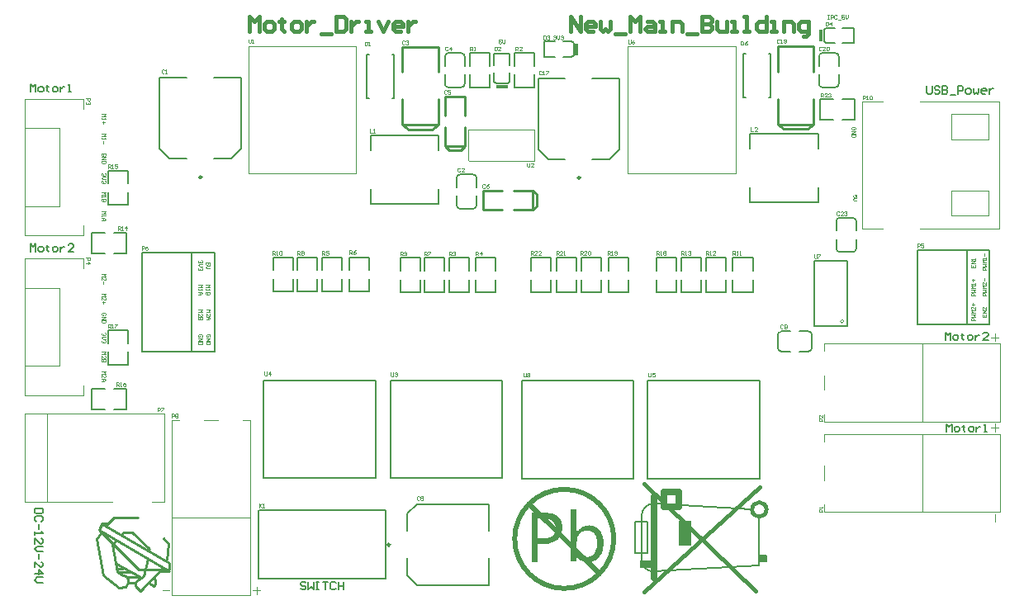
<source format=gto>
G04 Layer_Color=65535*
%FSLAX25Y25*%
%MOIN*%
G70*
G01*
G75*
%ADD28C,0.02000*%
%ADD30C,0.01000*%
%ADD47C,0.00197*%
%ADD48C,0.00787*%
%ADD49C,0.00984*%
%ADD50C,0.00800*%
%ADD51C,0.01500*%
%ADD52C,0.00394*%
%ADD53C,0.02500*%
%ADD54C,0.00300*%
%ADD55R,0.01181X0.04724*%
%ADD56R,0.04724X0.01181*%
G36*
X13969Y-85011D02*
X14242D01*
X14550Y-85045D01*
X14891Y-85113D01*
X15267Y-85181D01*
X16087Y-85352D01*
X16908Y-85626D01*
X17728Y-86036D01*
X18103Y-86275D01*
X18445Y-86548D01*
X18479D01*
X18514Y-86616D01*
X18616Y-86719D01*
X18719Y-86822D01*
X18855Y-86992D01*
X19026Y-87197D01*
X19197Y-87402D01*
X19368Y-87676D01*
X19504Y-87983D01*
X19675Y-88325D01*
X19983Y-89077D01*
X20188Y-89999D01*
X20222Y-90478D01*
X20256Y-91025D01*
Y-91059D01*
Y-91161D01*
Y-91298D01*
X20222Y-91503D01*
X20188Y-91776D01*
X20154Y-92050D01*
X19983Y-92733D01*
X19744Y-93485D01*
X19573Y-93895D01*
X19368Y-94271D01*
X19129Y-94681D01*
X18821Y-95056D01*
X18514Y-95432D01*
X18138Y-95808D01*
X18103Y-95842D01*
X18035Y-95877D01*
X17933Y-95979D01*
X17762Y-96082D01*
X17557Y-96218D01*
X17318Y-96389D01*
X17044Y-96526D01*
X16702Y-96697D01*
X16327Y-96868D01*
X15951Y-97004D01*
X15062Y-97278D01*
X14037Y-97483D01*
X13491Y-97517D01*
X10313D01*
Y-105000D01*
X7716D01*
Y-84976D01*
X13730D01*
X13969Y-85011D01*
D02*
G37*
G36*
X25948Y-92835D02*
X26017D01*
X26051Y-92801D01*
X26085Y-92699D01*
X26188Y-92562D01*
X26324Y-92391D01*
X26495Y-92186D01*
X26734Y-91947D01*
X26973Y-91708D01*
X27247Y-91435D01*
X27588Y-91161D01*
X27964Y-90922D01*
X28374Y-90683D01*
X28784Y-90478D01*
X29263Y-90307D01*
X29809Y-90136D01*
X30356Y-90068D01*
X30937Y-90034D01*
X31210D01*
X31381Y-90068D01*
X31620Y-90102D01*
X31860Y-90136D01*
X32475Y-90273D01*
X33158Y-90512D01*
X33841Y-90854D01*
X34217Y-91059D01*
X34525Y-91298D01*
X34867Y-91605D01*
X35174Y-91947D01*
X35208Y-91981D01*
X35243Y-92050D01*
X35311Y-92152D01*
X35413Y-92289D01*
X35550Y-92494D01*
X35687Y-92699D01*
X35823Y-92972D01*
X35994Y-93280D01*
X36131Y-93656D01*
X36268Y-94031D01*
X36404Y-94441D01*
X36541Y-94920D01*
X36643Y-95398D01*
X36712Y-95945D01*
X36780Y-96492D01*
Y-97107D01*
Y-97141D01*
Y-97278D01*
Y-97448D01*
X36746Y-97688D01*
X36712Y-97995D01*
X36678Y-98371D01*
X36643Y-98747D01*
X36575Y-99191D01*
X36336Y-100114D01*
X36028Y-101070D01*
X35823Y-101515D01*
X35584Y-101993D01*
X35311Y-102437D01*
X35003Y-102847D01*
X34969Y-102882D01*
X34935Y-102950D01*
X34833Y-103052D01*
X34696Y-103189D01*
X34491Y-103326D01*
X34286Y-103531D01*
X34047Y-103701D01*
X33739Y-103907D01*
X33432Y-104112D01*
X33056Y-104282D01*
X32236Y-104624D01*
X31791Y-104761D01*
X31313Y-104863D01*
X30800Y-104932D01*
X30254Y-104966D01*
X29980D01*
X29809Y-104932D01*
X29570Y-104897D01*
X29297Y-104829D01*
X28682Y-104658D01*
X27999Y-104385D01*
X27623Y-104214D01*
X27281Y-103975D01*
X26939Y-103701D01*
X26597Y-103394D01*
X26290Y-103052D01*
X26017Y-102642D01*
X25948D01*
Y-104658D01*
X23420D01*
Y-83473D01*
X25948D01*
Y-92835D01*
D02*
G37*
G36*
X72146Y-98172D02*
X67146D01*
Y-88172D01*
X72146D01*
Y-98172D01*
D02*
G37*
G36*
X57146Y-107172D02*
X51646D01*
Y-104172D01*
X57146D01*
Y-107172D01*
D02*
G37*
%LPC*%
G36*
X12944Y-87232D02*
X10313D01*
Y-95227D01*
X12944D01*
X13115Y-95193D01*
X13285D01*
X13525Y-95159D01*
X14071Y-95091D01*
X14652Y-94954D01*
X15233Y-94783D01*
X15814Y-94510D01*
X16327Y-94168D01*
X16395Y-94134D01*
X16532Y-93963D01*
X16702Y-93724D01*
X16942Y-93382D01*
X17181Y-92972D01*
X17352Y-92425D01*
X17489Y-91810D01*
X17557Y-91127D01*
Y-91093D01*
Y-90956D01*
X17523Y-90751D01*
X17489Y-90512D01*
X17420Y-90239D01*
X17318Y-89897D01*
X17181Y-89555D01*
X16976Y-89179D01*
X16737Y-88803D01*
X16429Y-88462D01*
X16053Y-88120D01*
X15609Y-87847D01*
X15097Y-87573D01*
X14481Y-87402D01*
X13764Y-87266D01*
X12944Y-87232D01*
D02*
G37*
G36*
X30220Y-92118D02*
X30049D01*
X29912Y-92152D01*
X29570Y-92186D01*
X29160Y-92289D01*
X28648Y-92425D01*
X28135Y-92665D01*
X27623Y-93006D01*
X27144Y-93450D01*
X27110Y-93519D01*
X26973Y-93690D01*
X26768Y-93963D01*
X26563Y-94373D01*
X26324Y-94851D01*
X26153Y-95432D01*
X26017Y-96082D01*
X25948Y-96833D01*
Y-98781D01*
Y-98815D01*
Y-98849D01*
X25982Y-99054D01*
X26017Y-99396D01*
X26085Y-99806D01*
X26222Y-100250D01*
X26427Y-100763D01*
X26700Y-101241D01*
X27076Y-101720D01*
X27144Y-101754D01*
X27281Y-101891D01*
X27520Y-102096D01*
X27862Y-102301D01*
X28272Y-102540D01*
X28750Y-102711D01*
X29263Y-102847D01*
X29878Y-102916D01*
X30083D01*
X30220Y-102882D01*
X30561Y-102847D01*
X31040Y-102711D01*
X31518Y-102540D01*
X32065Y-102266D01*
X32577Y-101891D01*
X32816Y-101651D01*
X33021Y-101378D01*
Y-101344D01*
X33056Y-101310D01*
X33124Y-101207D01*
X33192Y-101105D01*
X33295Y-100934D01*
X33397Y-100729D01*
X33602Y-100250D01*
X33807Y-99635D01*
X34012Y-98884D01*
X34149Y-98029D01*
X34183Y-97073D01*
Y-97038D01*
Y-96970D01*
Y-96868D01*
Y-96697D01*
X34149Y-96492D01*
X34115Y-96287D01*
X34047Y-95774D01*
X33910Y-95193D01*
X33739Y-94578D01*
X33466Y-93997D01*
X33124Y-93450D01*
X33090Y-93382D01*
X32919Y-93246D01*
X32680Y-93041D01*
X32372Y-92767D01*
X31962Y-92528D01*
X31450Y-92323D01*
X30869Y-92186D01*
X30220Y-92118D01*
D02*
G37*
%LPD*%
D28*
X40920Y-95495D02*
G03*
X40920Y-95495I-20000J0D01*
G01*
X6920Y-81495D02*
X35087Y-109663D01*
D30*
X119073Y70098D02*
X121632Y71921D01*
X107065D02*
X109624Y70098D01*
X107065Y93209D02*
Y103472D01*
X121632Y93209D02*
Y103472D01*
X107065D02*
X121632D01*
X107065Y71921D02*
X121632D01*
X107065D02*
Y82185D01*
X121632Y71921D02*
Y82185D01*
X109624Y70098D02*
X119073D01*
X8081Y37305D02*
Y45195D01*
X-11896Y37305D02*
Y45195D01*
X455Y37305D02*
X8081D01*
X-11896D02*
X-4270D01*
X-11896Y45195D02*
X-4270D01*
X455D02*
X8081D01*
X9797Y38888D02*
Y43612D01*
X8081Y45195D02*
X9797Y43612D01*
X8081Y37305D02*
X9797Y38888D01*
X-27043Y63217D02*
X-19153D01*
X-27043Y83193D02*
X-19153D01*
X-27043Y63217D02*
Y70842D01*
Y75567D02*
Y83193D01*
X-19153Y75567D02*
Y83193D01*
Y63217D02*
Y70842D01*
X-25461Y61500D02*
X-20736D01*
X-19153Y63217D01*
X-27043D02*
X-25461Y61500D01*
X-32427Y69848D02*
X-29868Y71671D01*
X-44435D02*
X-41876Y69848D01*
X-44435Y92959D02*
Y103223D01*
X-29868Y92959D02*
Y103223D01*
X-44435D02*
X-29868D01*
X-44435Y71671D02*
X-29868D01*
X-44435D02*
Y81935D01*
X-29868Y71671D02*
Y81935D01*
X-41876Y69848D02*
X-32427D01*
X-166750Y-91750D02*
X-165700Y-89400D01*
X-166750Y-91750D02*
X-138650Y-108683D01*
X-167700Y-95700D02*
X-165000Y-110200D01*
X-167700Y-95700D02*
X-166100Y-93400D01*
X-154700Y-113400D02*
X-152400D01*
X-155500Y-111000D02*
X-150800D01*
X-159400Y-109000D02*
X-154300D01*
X-159400Y-107500D02*
X-157100D01*
X-144900Y-111000D02*
X-144100Y-112200D01*
Y-113800D02*
Y-112200D01*
X-144900Y-114600D02*
X-144100Y-113800D01*
X-146800Y-113400D02*
X-144900Y-114600D01*
X-159800Y-105500D02*
X-150000Y-111000D01*
Y-116500D02*
X-141300Y-107100D01*
X-151200Y-115700D02*
X-150000Y-116500D01*
X-152000Y-114600D02*
X-151200Y-115700D01*
X-152000Y-114600D02*
Y-113000D01*
X-150800Y-111800D01*
X-148800Y-110600D01*
X-147200Y-103500D01*
X-161400Y-98000D02*
X-159400Y-109000D01*
X-157100Y-110200D01*
X-155900Y-110600D01*
X-155100Y-111800D01*
Y-113400D02*
Y-111800D01*
X-156300Y-114900D02*
X-155100Y-113400D01*
X-158700Y-115300D02*
X-156300Y-114900D01*
X-165000Y-110200D02*
X-158700Y-115300D01*
X-165400Y-89400D02*
X-163800D01*
X-165400Y-89500D02*
X-138400Y-105400D01*
X-157900Y-93700D02*
X-156700Y-92900D01*
X-153500D01*
X-146500Y-99600D01*
X-161400Y-98000D02*
X-159800Y-96000D01*
X-142500Y-108600D02*
X-138600D01*
X-140762Y-95107D02*
X-138698Y-97698D01*
X-166750Y-91750D02*
X-165450Y-89150D01*
X-167700Y-95700D02*
X-165000Y-110200D01*
X-167700Y-95700D02*
X-166100Y-93400D01*
X-154700Y-113400D02*
X-152400D01*
X-155500Y-111000D02*
X-150800D01*
X-159400Y-109000D02*
X-154300D01*
X-159400Y-107500D02*
X-157100D01*
X-144900Y-111000D02*
X-144100Y-112200D01*
Y-113800D02*
Y-112200D01*
X-144900Y-114600D02*
X-144100Y-113800D01*
X-146800Y-113400D02*
X-144900Y-114600D01*
X-159800Y-105500D02*
X-150000Y-111000D01*
Y-116500D02*
X-141300Y-107100D01*
X-151200Y-115700D02*
X-150000Y-116500D01*
X-152000Y-114600D02*
X-151200Y-115700D01*
X-152000Y-114600D02*
Y-113000D01*
X-150800Y-111800D01*
X-148800Y-110600D01*
X-147200Y-103500D01*
X-161400Y-98000D02*
X-159400Y-109000D01*
X-157100Y-110200D01*
X-155900Y-110600D01*
X-155100Y-111800D01*
Y-113400D02*
Y-111800D01*
X-156300Y-114900D02*
X-155100Y-113400D01*
X-158700Y-115300D02*
X-156300Y-114900D01*
X-165000Y-110200D02*
X-158700Y-115300D01*
X-165400Y-89400D02*
X-163800D01*
X-165400Y-89500D02*
X-138400Y-105400D01*
X-157900Y-93700D02*
X-156700Y-92900D01*
X-153500D01*
X-146500Y-99600D01*
X-161400Y-98000D02*
X-159800Y-96000D01*
X-164200Y-90100D02*
X-160850Y-86750D01*
X-151000D01*
X-139400Y-103900D02*
X-138698Y-97698D01*
X-166750Y-91750D02*
X-150750Y-107750D01*
X-138400D01*
Y-105400D01*
D47*
X133822Y-7705D02*
G03*
X133822Y-7705I-696J0D01*
G01*
D48*
X137250Y20281D02*
G03*
X138825Y21856I0J1575D01*
G01*
X130675Y21856D02*
G03*
X132250Y20281I1575J0D01*
G01*
X132250Y34218D02*
G03*
X130675Y32644I0J-1575D01*
G01*
X138825Y32644D02*
G03*
X137250Y34218I-1575J0D01*
G01*
X125250Y100718D02*
G03*
X123675Y99144I0J-1575D01*
G01*
X131825Y99144D02*
G03*
X130250Y100718I-1575J0D01*
G01*
X130250Y86782D02*
G03*
X131825Y88356I-0J1575D01*
G01*
X123675Y88356D02*
G03*
X125250Y86782I1575J0D01*
G01*
X120968Y-13250D02*
G03*
X119394Y-11675I-1575J0D01*
G01*
X119394Y-19825D02*
G03*
X120968Y-18250I0J1575D01*
G01*
X107032Y-18250D02*
G03*
X108606Y-19825I1575J0D01*
G01*
X108606Y-11675D02*
G03*
X107032Y-13250I0J-1575D01*
G01*
X-25750Y100715D02*
G03*
X-27325Y99140I0J-1575D01*
G01*
X-19175Y99140D02*
G03*
X-20750Y100715I-1575J0D01*
G01*
X-20750Y86778D02*
G03*
X-19175Y88352I-0J1575D01*
G01*
X-27325Y88352D02*
G03*
X-25750Y86778I1575J0D01*
G01*
X-16000Y37785D02*
G03*
X-14425Y39360I0J1575D01*
G01*
X-22575Y39360D02*
G03*
X-21000Y37785I1575J0D01*
G01*
X-21000Y51723D02*
G03*
X-22575Y50148I0J-1575D01*
G01*
X-14425Y50148D02*
G03*
X-16000Y51723I-1575J0D01*
G01*
X48941Y-71136D02*
Y-31667D01*
X3862Y-71136D02*
X48941D01*
X3862D02*
Y-31667D01*
X48941D01*
X121807Y-9476D02*
X135094D01*
X121906Y16606D02*
X135094D01*
Y-9476D02*
Y16606D01*
X121807Y-9476D02*
Y16508D01*
X99691Y-71136D02*
Y-31667D01*
X54612Y-71136D02*
X99691D01*
X54612D02*
Y-31667D01*
X99691D01*
X-55309Y-70886D02*
Y-31417D01*
X-100388Y-70886D02*
X-55309D01*
X-100388D02*
Y-31417D01*
X-55309D01*
X-4059Y-70935D02*
Y-31466D01*
X-49138Y-70935D02*
X-4059D01*
X-49138D02*
Y-31466D01*
X-4059D01*
X133026Y73925D02*
X138222D01*
X124285D02*
X129482D01*
X124285Y82075D02*
X129482D01*
X133026D02*
X138222D01*
Y73925D02*
Y82075D01*
X124285Y73925D02*
Y82075D01*
X15575Y12776D02*
Y17972D01*
Y4035D02*
Y9232D01*
X7425Y4035D02*
Y9232D01*
Y12776D02*
Y17972D01*
X15575D01*
X7425Y4035D02*
X15575D01*
X25825Y12776D02*
Y17972D01*
Y4035D02*
Y9232D01*
X17675Y4035D02*
Y9232D01*
Y12776D02*
Y17972D01*
X25825D01*
X17675Y4035D02*
X25825D01*
X35825Y12776D02*
Y17972D01*
Y4035D02*
Y9232D01*
X27675Y4035D02*
Y9232D01*
Y12776D02*
Y17972D01*
X35825D01*
X27675Y4035D02*
X35825D01*
X46825Y12772D02*
Y17968D01*
Y4031D02*
Y9228D01*
X38675Y4031D02*
Y9228D01*
Y12772D02*
Y17968D01*
X46825D01*
X38675Y4031D02*
X46825D01*
X58175D02*
Y9228D01*
Y12772D02*
Y17968D01*
X66325Y12772D02*
Y17968D01*
Y4031D02*
Y9228D01*
X58175Y4031D02*
X66325D01*
X58175Y17968D02*
X66325D01*
X-163325Y-25218D02*
Y-20022D01*
Y-16478D02*
Y-11282D01*
X-155175Y-16478D02*
Y-11282D01*
Y-25218D02*
Y-20022D01*
X-163325Y-25218D02*
X-155175D01*
X-163325Y-11282D02*
X-155175D01*
X-169719Y-34925D02*
X-164522D01*
X-160978D02*
X-155781D01*
X-160978Y-43075D02*
X-155781D01*
X-169719D02*
X-164522D01*
X-169719D02*
Y-34925D01*
X-155781Y-43075D02*
Y-34925D01*
X-163325Y39285D02*
Y44482D01*
Y48026D02*
Y53222D01*
X-155175Y48026D02*
Y53222D01*
Y39285D02*
Y44482D01*
X-163325Y39285D02*
X-155175D01*
X-163325Y53222D02*
X-155175D01*
X-169719Y28075D02*
X-164522D01*
X-160978D02*
X-155781D01*
X-160978Y19925D02*
X-155781D01*
X-169719D02*
X-164522D01*
X-169719D02*
Y28075D01*
X-155781Y19925D02*
Y28075D01*
X68175Y4035D02*
Y9232D01*
Y12776D02*
Y17972D01*
X76325Y12776D02*
Y17972D01*
Y4035D02*
Y9232D01*
X68175Y4035D02*
X76325D01*
X68175Y17972D02*
X76325D01*
X78175Y4031D02*
Y9228D01*
Y12772D02*
Y17968D01*
X86325Y12772D02*
Y17968D01*
Y4031D02*
Y9228D01*
X78175Y4031D02*
X86325D01*
X78175Y17968D02*
X86325D01*
X88925Y4035D02*
Y9232D01*
Y12776D02*
Y17972D01*
X97075Y12776D02*
Y17972D01*
Y4035D02*
Y9232D01*
X88925Y4035D02*
X97075D01*
X88925Y17972D02*
X97075D01*
X-88425Y13026D02*
Y18222D01*
Y4285D02*
Y9482D01*
X-96575Y4285D02*
Y9482D01*
Y13026D02*
Y18222D01*
X-88425D01*
X-96575Y4285D02*
X-88425D01*
X-45325Y4028D02*
Y9224D01*
Y12768D02*
Y17965D01*
X-37175Y12768D02*
Y17965D01*
Y4028D02*
Y9224D01*
X-45325Y4028D02*
X-37175D01*
X-45325Y17965D02*
X-37175D01*
X-78675Y13026D02*
Y18222D01*
Y4285D02*
Y9482D01*
X-86825Y4285D02*
Y9482D01*
Y13026D02*
Y18222D01*
X-78675D01*
X-86825Y4285D02*
X-78675D01*
X-35575Y4031D02*
Y9228D01*
Y12772D02*
Y17968D01*
X-27425Y12772D02*
Y17968D01*
Y4031D02*
Y9228D01*
X-35575Y4031D02*
X-27425D01*
X-35575Y17968D02*
X-27425D01*
X-57675Y13026D02*
Y18222D01*
Y4285D02*
Y9482D01*
X-65825Y4285D02*
Y9482D01*
Y13026D02*
Y18222D01*
X-57675D01*
X-65825Y4285D02*
X-57675D01*
X-68675Y13026D02*
Y18222D01*
Y4285D02*
Y9482D01*
X-76825Y4285D02*
Y9482D01*
Y13026D02*
Y18222D01*
X-68675D01*
X-76825Y4285D02*
X-68675D01*
X-14825Y4031D02*
Y9228D01*
Y12772D02*
Y17968D01*
X-6675Y12772D02*
Y17968D01*
Y4031D02*
Y9228D01*
X-14825Y4031D02*
X-6675D01*
X-14825Y17968D02*
X-6675D01*
X-25575Y4035D02*
Y9232D01*
Y12776D02*
Y17972D01*
X-17425Y12776D02*
Y17972D01*
Y4035D02*
Y9232D01*
X-25575Y4035D02*
X-17425D01*
X-25575Y17972D02*
X-17425D01*
X8825Y95522D02*
Y100718D01*
Y86782D02*
Y91978D01*
X675Y86782D02*
Y91978D01*
Y95522D02*
Y100718D01*
X8825D01*
X675Y86782D02*
X8825D01*
X-9175Y95526D02*
Y100722D01*
Y86785D02*
Y91982D01*
X-17325Y86785D02*
Y91982D01*
Y95526D02*
Y100722D01*
X-9175D01*
X-17325Y86785D02*
X-9175D01*
X-149626Y-20059D02*
Y19941D01*
X-129626Y-20059D02*
Y19941D01*
X-149626D02*
X-129626D01*
X-149626Y-20059D02*
X-129626D01*
X183339Y2064D02*
Y21230D01*
Y-8770D02*
Y21230D01*
X163339Y-8770D02*
Y21230D01*
Y-8770D02*
X183339D01*
X163339Y21230D02*
X183339D01*
X95970Y40470D02*
Y46376D01*
Y62124D02*
Y68029D01*
Y40470D02*
X123530D01*
X95970Y68029D02*
X123530D01*
Y40470D02*
Y46376D01*
Y62124D02*
Y68029D01*
X-57279Y39720D02*
Y45626D01*
Y61374D02*
Y67279D01*
Y39720D02*
X-29721D01*
X-57279Y67279D02*
X-29721D01*
Y39720D02*
Y45626D01*
Y61374D02*
Y67279D01*
X-102374Y-111530D02*
X-51193D01*
X-102276Y-83970D02*
X-51193D01*
X-102374Y-111530D02*
Y-83970D01*
X-51193Y-111530D02*
Y-83970D01*
X103376Y100358D02*
X104262D01*
X103376Y82642D02*
X104262D01*
X93238Y100358D02*
X94124D01*
X93238Y82642D02*
X94124D01*
X104262D02*
Y100358D01*
X93238Y82642D02*
Y100358D01*
X-48624Y100104D02*
X-47738D01*
X-48624Y82388D02*
X-47738D01*
X-58762Y100104D02*
X-57876D01*
X-58762Y82388D02*
X-57876D01*
X-47738D02*
Y100104D01*
X-58762Y82388D02*
Y100104D01*
X138825Y29022D02*
Y32644D01*
Y21856D02*
Y25478D01*
X130675Y21856D02*
Y25478D01*
X132250Y20281D02*
X137250D01*
X130675Y29022D02*
Y32644D01*
X132250Y34218D02*
X137250D01*
X123675Y88356D02*
Y91978D01*
Y95522D02*
Y99144D01*
X131825Y95522D02*
Y99144D01*
X125250Y100718D02*
X130250D01*
X131825Y88356D02*
Y91978D01*
X125250Y86782D02*
X130250D01*
X39152Y57888D02*
X43089Y61825D01*
Y90565D01*
X10411Y61825D02*
Y90565D01*
Y61825D02*
X14348Y57888D01*
X32262D02*
X39152D01*
X14348D02*
X21238D01*
X10411Y90565D02*
X21238D01*
X32262D02*
X43089D01*
X108606Y-11675D02*
X112228D01*
X115772D02*
X119394D01*
X115772Y-19825D02*
X119394D01*
X120968Y-18250D02*
Y-13250D01*
X108606Y-19825D02*
X112228D01*
X107032Y-18250D02*
Y-13250D01*
X-42339Y-110152D02*
X-38402Y-114089D01*
X-9661D01*
X-38402Y-81411D02*
X-9661D01*
X-42339Y-85348D02*
X-38402Y-81411D01*
X-42339Y-110152D02*
Y-103262D01*
Y-92238D02*
Y-85348D01*
X-9661Y-92238D02*
Y-81411D01*
Y-114089D02*
Y-103262D01*
X-27325Y88352D02*
Y91974D01*
Y95518D02*
Y99140D01*
X-19175Y95518D02*
Y99140D01*
X-25750Y100715D02*
X-20750D01*
X-19175Y88352D02*
Y91974D01*
X-25750Y86778D02*
X-20750D01*
X-14425Y46526D02*
Y50148D01*
Y39360D02*
Y42982D01*
X-22575Y39360D02*
Y42982D01*
X-21000Y37785D02*
X-16000D01*
X-22575Y46526D02*
Y50148D01*
X-21000Y51723D02*
X-16000D01*
X-113598Y58161D02*
X-109661Y62098D01*
Y90839D01*
X-142339Y62098D02*
Y90839D01*
Y62098D02*
X-138402Y58161D01*
X-120488D02*
X-113598D01*
X-138402D02*
X-131512D01*
X-142339Y90839D02*
X-131512D01*
X-120488D02*
X-109661D01*
X23900Y105360D02*
X24687Y104600D01*
X23900Y99140D02*
X24687Y99900D01*
X20356Y99140D02*
X23900D01*
X12738D02*
Y105360D01*
X24687Y99900D02*
Y104600D01*
X12738Y99140D02*
X17207D01*
X20356Y105360D02*
X23900D01*
X12738D02*
X17207D01*
X-1900Y88345D02*
X-1140Y89132D01*
X-7360D02*
X-6600Y88345D01*
X-7360Y89132D02*
Y92675D01*
Y100293D02*
X-1140D01*
X-6600Y88345D02*
X-1900D01*
X-7360Y95825D02*
Y100293D01*
X-1140Y89132D02*
Y92675D01*
Y95825D02*
Y100293D01*
X125813Y105400D02*
X126600Y104640D01*
X125813Y110100D02*
X126600Y110860D01*
X130144D01*
X137762Y104640D02*
Y110860D01*
X125813Y105400D02*
Y110100D01*
X133293Y110860D02*
X137762D01*
X126600Y104640D02*
X130144D01*
X133293D02*
X137762D01*
X-129626Y19941D02*
X-120059D01*
X-120000Y19882D01*
Y-20000D02*
Y19882D01*
X-120059Y-20059D02*
X-120000Y-20000D01*
X-129626Y-20059D02*
X-120059D01*
X183339Y21230D02*
X192480D01*
X192500Y21211D01*
Y-8750D02*
Y21211D01*
X192480Y-8770D02*
X192500Y-8750D01*
X183339Y-8770D02*
X192480D01*
X-83401Y-113376D02*
X-83926Y-112851D01*
X-84975D01*
X-85500Y-113376D01*
Y-113901D01*
X-84975Y-114426D01*
X-83926D01*
X-83401Y-114951D01*
Y-115475D01*
X-83926Y-116000D01*
X-84975D01*
X-85500Y-115475D01*
X-82351Y-112851D02*
Y-116000D01*
X-81302Y-114951D01*
X-80252Y-116000D01*
Y-112851D01*
X-79203D02*
X-78153D01*
X-78678D01*
Y-116000D01*
X-79203D01*
X-78153D01*
X-76579Y-112851D02*
X-74480D01*
X-75529D01*
Y-116000D01*
X-71331Y-113376D02*
X-71856Y-112851D01*
X-72906D01*
X-73430Y-113376D01*
Y-115475D01*
X-72906Y-116000D01*
X-71856D01*
X-71331Y-115475D01*
X-70282Y-112851D02*
Y-116000D01*
Y-114426D01*
X-68183D01*
Y-112851D01*
Y-116000D01*
X167250Y87399D02*
Y84775D01*
X167775Y84250D01*
X168824D01*
X169349Y84775D01*
Y87399D01*
X172498Y86874D02*
X171973Y87399D01*
X170923D01*
X170399Y86874D01*
Y86349D01*
X170923Y85824D01*
X171973D01*
X172498Y85299D01*
Y84775D01*
X171973Y84250D01*
X170923D01*
X170399Y84775D01*
X173547Y87399D02*
Y84250D01*
X175121D01*
X175646Y84775D01*
Y85299D01*
X175121Y85824D01*
X173547D01*
X175121D01*
X175646Y86349D01*
Y86874D01*
X175121Y87399D01*
X173547D01*
X176696Y83725D02*
X178795D01*
X179844Y84250D02*
Y87399D01*
X181419D01*
X181943Y86874D01*
Y85824D01*
X181419Y85299D01*
X179844D01*
X183518Y84250D02*
X184567D01*
X185092Y84775D01*
Y85824D01*
X184567Y86349D01*
X183518D01*
X182993Y85824D01*
Y84775D01*
X183518Y84250D01*
X186142Y86349D02*
Y84775D01*
X186666Y84250D01*
X187191Y84775D01*
X187716Y84250D01*
X188241Y84775D01*
Y86349D01*
X190864Y84250D02*
X189815D01*
X189290Y84775D01*
Y85824D01*
X189815Y86349D01*
X190864D01*
X191389Y85824D01*
Y85299D01*
X189290D01*
X192439Y86349D02*
Y84250D01*
Y85299D01*
X192964Y85824D01*
X193488Y86349D01*
X194013D01*
X-194500Y85000D02*
Y88149D01*
X-193450Y87099D01*
X-192401Y88149D01*
Y85000D01*
X-190827D02*
X-189777D01*
X-189252Y85525D01*
Y86574D01*
X-189777Y87099D01*
X-190827D01*
X-191351Y86574D01*
Y85525D01*
X-190827Y85000D01*
X-187678Y87624D02*
Y87099D01*
X-188203D01*
X-187153D01*
X-187678D01*
Y85525D01*
X-187153Y85000D01*
X-185054D02*
X-184005D01*
X-183480Y85525D01*
Y86574D01*
X-184005Y87099D01*
X-185054D01*
X-185579Y86574D01*
Y85525D01*
X-185054Y85000D01*
X-182430Y87099D02*
Y85000D01*
Y86049D01*
X-181906Y86574D01*
X-181381Y87099D01*
X-180856D01*
X-179282Y85000D02*
X-178232D01*
X-178757D01*
Y88149D01*
X-179282Y87624D01*
X-194500Y20500D02*
Y23649D01*
X-193450Y22599D01*
X-192401Y23649D01*
Y20500D01*
X-190827D02*
X-189777D01*
X-189252Y21025D01*
Y22074D01*
X-189777Y22599D01*
X-190827D01*
X-191351Y22074D01*
Y21025D01*
X-190827Y20500D01*
X-187678Y23124D02*
Y22599D01*
X-188203D01*
X-187153D01*
X-187678D01*
Y21025D01*
X-187153Y20500D01*
X-185054D02*
X-184005D01*
X-183480Y21025D01*
Y22074D01*
X-184005Y22599D01*
X-185054D01*
X-185579Y22074D01*
Y21025D01*
X-185054Y20500D01*
X-182430Y22599D02*
Y20500D01*
Y21550D01*
X-181906Y22074D01*
X-181381Y22599D01*
X-180856D01*
X-177183Y20500D02*
X-179282D01*
X-177183Y22599D01*
Y23124D01*
X-177708Y23649D01*
X-178757D01*
X-179282Y23124D01*
X-189601Y-83250D02*
X-192750D01*
Y-84824D01*
X-192225Y-85349D01*
X-190126D01*
X-189601Y-84824D01*
Y-83250D01*
X-190126Y-88498D02*
X-189601Y-87973D01*
Y-86923D01*
X-190126Y-86399D01*
X-192225D01*
X-192750Y-86923D01*
Y-87973D01*
X-192225Y-88498D01*
X-191176Y-89547D02*
Y-91646D01*
X-192750Y-92696D02*
Y-93745D01*
Y-93221D01*
X-189601D01*
X-190126Y-92696D01*
X-192750Y-97419D02*
Y-95320D01*
X-190651Y-97419D01*
X-190126D01*
X-189601Y-96894D01*
Y-95844D01*
X-190126Y-95320D01*
X-189601Y-98468D02*
X-191700D01*
X-192750Y-99518D01*
X-191700Y-100567D01*
X-189601D01*
X-191176Y-101617D02*
Y-103716D01*
X-192750Y-106864D02*
Y-104765D01*
X-190651Y-106864D01*
X-190126D01*
X-189601Y-106340D01*
Y-105290D01*
X-190126Y-104765D01*
X-192750Y-109488D02*
X-189601D01*
X-191176Y-107914D01*
Y-110013D01*
X-189601Y-111063D02*
X-191700D01*
X-192750Y-112112D01*
X-191700Y-113162D01*
X-189601D01*
X175250Y-52250D02*
Y-49101D01*
X176300Y-50151D01*
X177349Y-49101D01*
Y-52250D01*
X178923D02*
X179973D01*
X180498Y-51725D01*
Y-50676D01*
X179973Y-50151D01*
X178923D01*
X178399Y-50676D01*
Y-51725D01*
X178923Y-52250D01*
X182072Y-49626D02*
Y-50151D01*
X181547D01*
X182597D01*
X182072D01*
Y-51725D01*
X182597Y-52250D01*
X184696D02*
X185745D01*
X186270Y-51725D01*
Y-50676D01*
X185745Y-50151D01*
X184696D01*
X184171Y-50676D01*
Y-51725D01*
X184696Y-52250D01*
X187320Y-50151D02*
Y-52250D01*
Y-51200D01*
X187844Y-50676D01*
X188369Y-50151D01*
X188894D01*
X190468Y-52250D02*
X191518D01*
X190993D01*
Y-49101D01*
X190468Y-49626D01*
X174750Y-15250D02*
Y-12101D01*
X175800Y-13151D01*
X176849Y-12101D01*
Y-15250D01*
X178423D02*
X179473D01*
X179998Y-14725D01*
Y-13676D01*
X179473Y-13151D01*
X178423D01*
X177899Y-13676D01*
Y-14725D01*
X178423Y-15250D01*
X181572Y-12626D02*
Y-13151D01*
X181047D01*
X182097D01*
X181572D01*
Y-14725D01*
X182097Y-15250D01*
X184196D02*
X185245D01*
X185770Y-14725D01*
Y-13676D01*
X185245Y-13151D01*
X184196D01*
X183671Y-13676D01*
Y-14725D01*
X184196Y-15250D01*
X186820Y-13151D02*
Y-15250D01*
Y-14200D01*
X187344Y-13676D01*
X187869Y-13151D01*
X188394D01*
X192067Y-15250D02*
X189968D01*
X192067Y-13151D01*
Y-12626D01*
X191542Y-12101D01*
X190493D01*
X189968Y-12626D01*
D49*
X27342Y50319D02*
G03*
X27342Y50319I-492J0D01*
G01*
X-49415Y-97850D02*
G03*
X-49415Y-97850I-492J0D01*
G01*
X-125408Y50593D02*
G03*
X-125408Y50593I-492J0D01*
G01*
D50*
X52146Y-103672D02*
G03*
X57146Y-108672I4722J-278D01*
G01*
X57146Y-81172D02*
G03*
X52146Y-86172I0J-5000D01*
G01*
X52146Y-103672D02*
G03*
X57146Y-108672I4722J-278D01*
G01*
X57146Y-81172D02*
G03*
X52146Y-86172I0J-5000D01*
G01*
X99646Y-106172D02*
Y-86672D01*
X57146Y-108672D02*
X99646Y-106172D01*
X52146Y-103672D02*
Y-86172D01*
X99646Y-104672D02*
X102646D01*
Y-102172D01*
X99646D02*
X102646D01*
X99646Y-102672D02*
Y-102172D01*
Y-102672D02*
X102646D01*
Y-103172D02*
Y-102672D01*
X99646Y-103172D02*
X102646D01*
X99646Y-103672D02*
Y-103172D01*
Y-103672D02*
X102646D01*
Y-104172D02*
Y-103672D01*
X99646Y-104172D02*
X102646D01*
X49646Y-101172D02*
X54646D01*
Y-88672D01*
X49646D02*
X54646D01*
X49646Y-101172D02*
Y-88672D01*
X57146Y-81172D02*
X96654Y-83496D01*
X99646Y-106172D02*
Y-86672D01*
X57146Y-108672D02*
X99646Y-106172D01*
X52146Y-103672D02*
Y-86172D01*
X99646Y-104672D02*
X102646D01*
Y-102172D01*
X99646D02*
X102646D01*
X99646Y-102672D02*
Y-102172D01*
Y-102672D02*
X102646D01*
Y-103172D02*
Y-102672D01*
X99646Y-103172D02*
X102646D01*
X99646Y-103672D02*
Y-103172D01*
Y-103672D02*
X102646D01*
Y-104172D02*
Y-103672D01*
X99646Y-104172D02*
X102646D01*
X49646Y-101172D02*
X54646D01*
Y-88672D01*
X49646D02*
X54646D01*
X49646Y-101172D02*
Y-88672D01*
X57146Y-81172D02*
X96654Y-83496D01*
D51*
X102561Y-83672D02*
G03*
X102561Y-83672I-2915J0D01*
G01*
D02*
G03*
X102561Y-83672I-2915J0D01*
G01*
X53250Y-73250D02*
X98250Y-116500D01*
X53250Y-116750D02*
X99750Y-74500D01*
X53250Y-73250D02*
X98250Y-116500D01*
X53250Y-116750D02*
X99750Y-74500D01*
X-106000Y109500D02*
Y115498D01*
X-104001Y113499D01*
X-102001Y115498D01*
Y109500D01*
X-99002D02*
X-97003D01*
X-96003Y110500D01*
Y112499D01*
X-97003Y113499D01*
X-99002D01*
X-100002Y112499D01*
Y110500D01*
X-99002Y109500D01*
X-93004Y114498D02*
Y113499D01*
X-94004D01*
X-92005D01*
X-93004D01*
Y110500D01*
X-92005Y109500D01*
X-88006D02*
X-86006D01*
X-85007Y110500D01*
Y112499D01*
X-86006Y113499D01*
X-88006D01*
X-89006Y112499D01*
Y110500D01*
X-88006Y109500D01*
X-83007Y113499D02*
Y109500D01*
Y111499D01*
X-82008Y112499D01*
X-81008Y113499D01*
X-80008D01*
X-77009Y108500D02*
X-73011D01*
X-71011Y115498D02*
Y109500D01*
X-68012D01*
X-67013Y110500D01*
Y114498D01*
X-68012Y115498D01*
X-71011D01*
X-65013Y113499D02*
Y109500D01*
Y111499D01*
X-64014Y112499D01*
X-63014Y113499D01*
X-62014D01*
X-59015Y109500D02*
X-57016D01*
X-58016D01*
Y113499D01*
X-59015D01*
X-54017D02*
X-52017Y109500D01*
X-50018Y113499D01*
X-45020Y109500D02*
X-47019D01*
X-48019Y110500D01*
Y112499D01*
X-47019Y113499D01*
X-45020D01*
X-44020Y112499D01*
Y111499D01*
X-48019D01*
X-42021Y113499D02*
Y109500D01*
Y111499D01*
X-41021Y112499D01*
X-40021Y113499D01*
X-39022D01*
X23500Y109500D02*
Y115498D01*
X27499Y109500D01*
Y115498D01*
X32497Y109500D02*
X30498D01*
X29498Y110500D01*
Y112499D01*
X30498Y113499D01*
X32497D01*
X33497Y112499D01*
Y111499D01*
X29498D01*
X35496Y113499D02*
Y110500D01*
X36496Y109500D01*
X37495Y110500D01*
X38495Y109500D01*
X39495Y110500D01*
Y113499D01*
X41494Y108500D02*
X45493D01*
X47492Y109500D02*
Y115498D01*
X49492Y113499D01*
X51491Y115498D01*
Y109500D01*
X54490Y113499D02*
X56489D01*
X57489Y112499D01*
Y109500D01*
X54490D01*
X53490Y110500D01*
X54490Y111499D01*
X57489D01*
X59488Y109500D02*
X61488D01*
X60488D01*
Y113499D01*
X59488D01*
X64487Y109500D02*
Y113499D01*
X67486D01*
X68485Y112499D01*
Y109500D01*
X70485Y108500D02*
X74484D01*
X76483Y115498D02*
Y109500D01*
X79482D01*
X80482Y110500D01*
Y111499D01*
X79482Y112499D01*
X76483D01*
X79482D01*
X80482Y113499D01*
Y114498D01*
X79482Y115498D01*
X76483D01*
X82481Y113499D02*
Y110500D01*
X83481Y109500D01*
X86480D01*
Y113499D01*
X88479Y109500D02*
X90478D01*
X89479D01*
Y113499D01*
X88479D01*
X93477Y109500D02*
X95477D01*
X94477D01*
Y115498D01*
X93477D01*
X102474D02*
Y109500D01*
X99475D01*
X98476Y110500D01*
Y112499D01*
X99475Y113499D01*
X102474D01*
X104474Y109500D02*
X106473D01*
X105473D01*
Y113499D01*
X104474D01*
X109472Y109500D02*
Y113499D01*
X112471D01*
X113471Y112499D01*
Y109500D01*
X117470Y107501D02*
X118469D01*
X119469Y108500D01*
Y113499D01*
X116470D01*
X115470Y112499D01*
Y110500D01*
X116470Y109500D01*
X119469D01*
D52*
X46650Y52189D02*
X90153D01*
X46650D02*
Y103370D01*
X90153D01*
Y52189D02*
Y103370D01*
X-17598Y57087D02*
X8779D01*
X-17795Y69685D02*
X8779D01*
Y57087D02*
Y69685D01*
X-17795Y57284D02*
Y69685D01*
Y57284D02*
X-17598Y57087D01*
X-106600Y52189D02*
X-63096D01*
X-106600D02*
Y103370D01*
X-63096D01*
Y52189D02*
Y103370D01*
X196514Y29675D02*
Y81250D01*
X164427D02*
X196514D01*
X164624Y29675D02*
X196514D01*
X141002Y81250D02*
X149467D01*
X141002Y29675D02*
X149663D01*
X141002D02*
Y81250D01*
X178010Y45226D02*
X192183D01*
X177222D02*
X178010D01*
X177222Y34990D02*
Y45226D01*
Y34990D02*
X192183D01*
Y45226D01*
Y65699D02*
Y75935D01*
X177222Y65699D02*
X192183D01*
X177222D02*
Y75935D01*
X178010D01*
X192183D01*
X-137374Y-86870D02*
X-105878D01*
X-103319Y-117776D02*
Y-114823D01*
X-104894Y-116398D02*
X-101744D01*
X-141114D02*
X-138358D01*
X-137374Y-118169D02*
X-105878D01*
X-137374D02*
Y-47500D01*
X-134421D01*
X-105878Y-118169D02*
Y-47500D01*
X-108831D02*
X-105878D01*
X-124579D02*
X-118673D01*
X-145597Y-80467D02*
X-140478D01*
Y-54089D01*
X-196778Y-80467D02*
X-167250D01*
X-196778D02*
Y-45033D01*
X-140478D01*
X-167250Y-80467D02*
X-161345D01*
X-140478Y-54089D02*
Y-45033D01*
X-187919Y-80467D02*
Y-45033D01*
X-196787Y-25685D02*
X-182811D01*
Y5811D01*
X-196787D02*
X-182811D01*
X-196787Y-37496D02*
X-173165D01*
X-196787D02*
Y17622D01*
X-173165D01*
Y13685D02*
Y17622D01*
Y-37496D02*
Y-33559D01*
X-196787Y38815D02*
X-182811D01*
Y70311D01*
X-196787D02*
X-182811D01*
X-196787Y27004D02*
X-173165D01*
X-196787D02*
Y82122D01*
X-173165D01*
Y78185D02*
Y82122D01*
Y27004D02*
Y30941D01*
X165370Y-48175D02*
Y-16679D01*
X193323Y-14120D02*
X196276D01*
X194898Y-15695D02*
Y-12545D01*
Y-51915D02*
Y-49159D01*
X196669Y-48175D02*
Y-16679D01*
X126000Y-48175D02*
X196669D01*
X126000D02*
Y-45222D01*
Y-16679D02*
X196669D01*
X126000Y-19632D02*
Y-16679D01*
Y-35380D02*
Y-29474D01*
X165370Y-84675D02*
Y-53179D01*
X193323Y-50620D02*
X196276D01*
X194898Y-52195D02*
Y-49045D01*
Y-88415D02*
Y-85659D01*
X196669Y-84675D02*
Y-53179D01*
X126000Y-84675D02*
X196669D01*
X126000D02*
Y-81722D01*
Y-53179D02*
X196669D01*
X126000Y-56132D02*
Y-53179D01*
Y-71880D02*
Y-65974D01*
D53*
X57146Y-111172D02*
Y-78672D01*
X61146Y-82672D02*
X67146D01*
Y-76672D01*
X61146D02*
X67146D01*
X61146Y-82672D02*
Y-76672D01*
X57146Y-111172D02*
Y-78672D01*
X61146Y-82672D02*
X67146D01*
Y-76672D01*
X61146D02*
X67146D01*
X61146Y-82672D02*
Y-76672D01*
D54*
X138250Y69750D02*
X138499Y70000D01*
Y70500D01*
X138250Y70750D01*
X137250D01*
X137000Y70500D01*
Y70000D01*
X137250Y69750D01*
X137750D01*
Y70250D01*
X137000Y69251D02*
X138499D01*
X137000Y68251D01*
X138499D01*
Y67751D02*
X137000D01*
Y67001D01*
X137250Y66751D01*
X138250D01*
X138499Y67001D01*
Y67751D01*
X138999Y42500D02*
Y43500D01*
X138250D01*
X138500Y43000D01*
Y42750D01*
X138250Y42500D01*
X137750D01*
X137500Y42750D01*
Y43250D01*
X137750Y43500D01*
X138999Y42000D02*
X138000D01*
X137500Y41501D01*
X138000Y41001D01*
X138999D01*
X-165750Y11500D02*
X-164251D01*
X-164750Y11000D01*
X-164251Y10500D01*
X-165750D01*
Y9001D02*
Y10001D01*
X-164750Y9001D01*
X-164500D01*
X-164251Y9251D01*
Y9751D01*
X-164500Y10001D01*
X-165000Y8501D02*
Y7501D01*
X-165750Y3500D02*
X-164251D01*
X-164750Y3000D01*
X-164251Y2500D01*
X-165750D01*
Y1001D02*
Y2001D01*
X-164750Y1001D01*
X-164500D01*
X-164251Y1251D01*
Y1751D01*
X-164500Y2001D01*
X-165000Y501D02*
Y-499D01*
X-164500Y1D02*
X-165500D01*
X-164500Y-5250D02*
X-164251Y-5000D01*
Y-4500D01*
X-164500Y-4250D01*
X-165500D01*
X-165750Y-4500D01*
Y-5000D01*
X-165500Y-5250D01*
X-165000D01*
Y-4750D01*
X-165750Y-5750D02*
X-164251D01*
X-165750Y-6749D01*
X-164251D01*
Y-7249D02*
X-165750D01*
Y-7999D01*
X-165500Y-8249D01*
X-164500D01*
X-164251Y-7999D01*
Y-7249D01*
X-164500Y-12250D02*
X-164251Y-12500D01*
Y-13000D01*
X-164500Y-13250D01*
X-164750D01*
X-165000Y-13000D01*
Y-12750D01*
Y-13000D01*
X-165250Y-13250D01*
X-165500D01*
X-165750Y-13000D01*
Y-12500D01*
X-165500Y-12250D01*
X-164251Y-13749D02*
X-165250D01*
X-165750Y-14249D01*
X-165250Y-14749D01*
X-164251D01*
X-164500Y-15249D02*
X-164251Y-15499D01*
Y-15999D01*
X-164500Y-16249D01*
X-164750D01*
X-165000Y-15999D01*
Y-15749D01*
Y-15999D01*
X-165250Y-16249D01*
X-165500D01*
X-165750Y-15999D01*
Y-15499D01*
X-165500Y-15249D01*
X-165750Y-20000D02*
X-164251D01*
X-164750Y-20500D01*
X-164251Y-21000D01*
X-165750D01*
Y-22499D02*
Y-21499D01*
X-164750Y-22499D01*
X-164500D01*
X-164251Y-22249D01*
Y-21749D01*
X-164500Y-21499D01*
X-164251Y-22999D02*
X-165750D01*
Y-23749D01*
X-165500Y-23999D01*
X-165250D01*
X-165000Y-23749D01*
Y-22999D01*
Y-23749D01*
X-164750Y-23999D01*
X-164500D01*
X-164251Y-23749D01*
Y-22999D01*
X-165750Y-27750D02*
X-164251D01*
X-164750Y-28250D01*
X-164251Y-28750D01*
X-165750D01*
Y-30249D02*
Y-29250D01*
X-164750Y-30249D01*
X-164500D01*
X-164251Y-29999D01*
Y-29499D01*
X-164500Y-29250D01*
X-165750Y-30749D02*
X-164750D01*
X-164251Y-31249D01*
X-164750Y-31749D01*
X-165750D01*
X-165000D01*
Y-30749D01*
X-165750Y36750D02*
X-164251D01*
X-164750Y36250D01*
X-164251Y35750D01*
X-165750D01*
Y35250D02*
Y34751D01*
Y35001D01*
X-164251D01*
X-164500Y35250D01*
X-165750Y34001D02*
X-164750D01*
X-164251Y33501D01*
X-164750Y33001D01*
X-165750D01*
X-165000D01*
Y34001D01*
X-165750Y44500D02*
X-164251D01*
X-164750Y44000D01*
X-164251Y43500D01*
X-165750D01*
Y43001D02*
Y42501D01*
Y42751D01*
X-164251D01*
X-164500Y43001D01*
X-164251Y41751D02*
X-165750D01*
Y41001D01*
X-165500Y40751D01*
X-165250D01*
X-165000Y41001D01*
Y41751D01*
Y41001D01*
X-164750Y40751D01*
X-164500D01*
X-164251Y41001D01*
Y41751D01*
X-164500Y52250D02*
X-164251Y52000D01*
Y51500D01*
X-164500Y51250D01*
X-164750D01*
X-165000Y51500D01*
Y51750D01*
Y51500D01*
X-165250Y51250D01*
X-165500D01*
X-165750Y51500D01*
Y52000D01*
X-165500Y52250D01*
X-164251Y50750D02*
X-165250D01*
X-165750Y50251D01*
X-165250Y49751D01*
X-164251D01*
X-164500Y49251D02*
X-164251Y49001D01*
Y48501D01*
X-164500Y48251D01*
X-164750D01*
X-165000Y48501D01*
Y48751D01*
Y48501D01*
X-165250Y48251D01*
X-165500D01*
X-165750Y48501D01*
Y49001D01*
X-165500Y49251D01*
X-164500Y59250D02*
X-164251Y59500D01*
Y60000D01*
X-164500Y60250D01*
X-165500D01*
X-165750Y60000D01*
Y59500D01*
X-165500Y59250D01*
X-165000D01*
Y59750D01*
X-165750Y58750D02*
X-164251D01*
X-165750Y57751D01*
X-164251D01*
Y57251D02*
X-165750D01*
Y56501D01*
X-165500Y56251D01*
X-164500D01*
X-164251Y56501D01*
Y57251D01*
X-165750Y68000D02*
X-164251D01*
X-164750Y67500D01*
X-164251Y67000D01*
X-165750D01*
Y66501D02*
Y66001D01*
Y66251D01*
X-164251D01*
X-164500Y66501D01*
X-165000Y65251D02*
Y64251D01*
X-165750Y76000D02*
X-164251D01*
X-164750Y75500D01*
X-164251Y75000D01*
X-165750D01*
Y74501D02*
Y74001D01*
Y74251D01*
X-164251D01*
X-164500Y74501D01*
X-165000Y73251D02*
Y72251D01*
X-164500Y72751D02*
X-165500D01*
X4500Y-28501D02*
Y-29750D01*
X4750Y-30000D01*
X5250D01*
X5500Y-29750D01*
Y-28501D01*
X5999Y-28750D02*
X6249Y-28501D01*
X6749D01*
X6999Y-28750D01*
Y-29000D01*
X6749Y-29250D01*
X6999Y-29500D01*
Y-29750D01*
X6749Y-30000D01*
X6249D01*
X5999Y-29750D01*
Y-29500D01*
X6249Y-29250D01*
X5999Y-29000D01*
Y-28750D01*
X6249Y-29250D02*
X6749D01*
X121774Y19295D02*
Y18045D01*
X122023Y17795D01*
X122523D01*
X122773Y18045D01*
Y19295D01*
X123273D02*
X124273D01*
Y19045D01*
X123273Y18045D01*
Y17795D01*
X-49000Y-28251D02*
Y-29500D01*
X-48750Y-29750D01*
X-48250D01*
X-48000Y-29500D01*
Y-28251D01*
X-47501Y-28500D02*
X-47251Y-28251D01*
X-46751D01*
X-46501Y-28500D01*
Y-28750D01*
X-46751Y-29000D01*
X-47001D01*
X-46751D01*
X-46501Y-29250D01*
Y-29500D01*
X-46751Y-29750D01*
X-47251D01*
X-47501Y-29500D01*
X124508Y83000D02*
Y84500D01*
X125258D01*
X125508Y84250D01*
Y83750D01*
X125258Y83500D01*
X124508D01*
X125008D02*
X125508Y83000D01*
X127007D02*
X126007D01*
X127007Y84000D01*
Y84250D01*
X126757Y84500D01*
X126257D01*
X126007Y84250D01*
X127507D02*
X127757Y84500D01*
X128257D01*
X128507Y84250D01*
Y84000D01*
X128257Y83750D01*
X128007D01*
X128257D01*
X128507Y83500D01*
Y83250D01*
X128257Y83000D01*
X127757D01*
X127507Y83250D01*
X7500Y19250D02*
Y20750D01*
X8250D01*
X8500Y20500D01*
Y20000D01*
X8250Y19750D01*
X7500D01*
X8000D02*
X8500Y19250D01*
X9999D02*
X8999D01*
X9999Y20250D01*
Y20500D01*
X9749Y20750D01*
X9249D01*
X8999Y20500D01*
X11499Y19250D02*
X10499D01*
X11499Y20250D01*
Y20500D01*
X11249Y20750D01*
X10749D01*
X10499Y20500D01*
X17750Y19250D02*
Y20750D01*
X18500D01*
X18750Y20500D01*
Y20000D01*
X18500Y19750D01*
X17750D01*
X18250D02*
X18750Y19250D01*
X20249D02*
X19250D01*
X20249Y20250D01*
Y20500D01*
X19999Y20750D01*
X19499D01*
X19250Y20500D01*
X20749Y19250D02*
X21249D01*
X20999D01*
Y20750D01*
X20749Y20500D01*
X27500Y19250D02*
Y20750D01*
X28250D01*
X28500Y20500D01*
Y20000D01*
X28250Y19750D01*
X27500D01*
X28000D02*
X28500Y19250D01*
X29999D02*
X29000D01*
X29999Y20250D01*
Y20500D01*
X29749Y20750D01*
X29249D01*
X29000Y20500D01*
X30499D02*
X30749Y20750D01*
X31249D01*
X31499Y20500D01*
Y19500D01*
X31249Y19250D01*
X30749D01*
X30499Y19500D01*
Y20500D01*
X38500Y19246D02*
Y20746D01*
X39250D01*
X39500Y20496D01*
Y19996D01*
X39250Y19746D01*
X38500D01*
X39000D02*
X39500Y19246D01*
X39999D02*
X40499D01*
X40249D01*
Y20746D01*
X39999Y20496D01*
X41249Y19496D02*
X41499Y19246D01*
X41999D01*
X42249Y19496D01*
Y20496D01*
X41999Y20746D01*
X41499D01*
X41249Y20496D01*
Y20246D01*
X41499Y19996D01*
X42249D01*
X58250Y19250D02*
Y20750D01*
X59000D01*
X59250Y20500D01*
Y20000D01*
X59000Y19750D01*
X58250D01*
X58750D02*
X59250Y19250D01*
X59750D02*
X60249D01*
X59999D01*
Y20750D01*
X59750Y20500D01*
X60999D02*
X61249Y20750D01*
X61749D01*
X61999Y20500D01*
Y20250D01*
X61749Y20000D01*
X61999Y19750D01*
Y19500D01*
X61749Y19250D01*
X61249D01*
X60999Y19500D01*
Y19750D01*
X61249Y20000D01*
X60999Y20250D01*
Y20500D01*
X61249Y20000D02*
X61749D01*
X68250Y19250D02*
Y20750D01*
X69000D01*
X69250Y20500D01*
Y20000D01*
X69000Y19750D01*
X68250D01*
X68750D02*
X69250Y19250D01*
X69749D02*
X70249D01*
X69999D01*
Y20750D01*
X69749Y20500D01*
X70999D02*
X71249Y20750D01*
X71749D01*
X71999Y20500D01*
Y20250D01*
X71749Y20000D01*
X71499D01*
X71749D01*
X71999Y19750D01*
Y19500D01*
X71749Y19250D01*
X71249D01*
X70999Y19500D01*
X-149626Y21191D02*
Y22691D01*
X-148876D01*
X-148626Y22441D01*
Y21941D01*
X-148876Y21691D01*
X-149626D01*
X-147127Y22691D02*
X-147627Y22441D01*
X-148126Y21941D01*
Y21441D01*
X-147877Y21191D01*
X-147377D01*
X-147127Y21441D01*
Y21691D01*
X-147377Y21941D01*
X-148126D01*
X-21000Y54004D02*
X-21250Y54254D01*
X-21750D01*
X-22000Y54004D01*
Y53004D01*
X-21750Y52754D01*
X-21250D01*
X-21000Y53004D01*
X-19501Y52754D02*
X-20501D01*
X-19501Y53754D01*
Y54004D01*
X-19751Y54254D01*
X-20251D01*
X-20501Y54004D01*
X-140500Y93750D02*
X-140750Y93999D01*
X-141250D01*
X-141500Y93750D01*
Y92750D01*
X-141250Y92500D01*
X-140750D01*
X-140500Y92750D01*
X-140000Y92500D02*
X-139501D01*
X-139751D01*
Y93999D01*
X-140000Y93750D01*
X-43500Y105500D02*
X-43750Y105749D01*
X-44250D01*
X-44500Y105500D01*
Y104500D01*
X-44250Y104250D01*
X-43750D01*
X-43500Y104500D01*
X-43001Y105500D02*
X-42751Y105749D01*
X-42251D01*
X-42001Y105500D01*
Y105250D01*
X-42251Y105000D01*
X-42501D01*
X-42251D01*
X-42001Y104750D01*
Y104500D01*
X-42251Y104250D01*
X-42751D01*
X-43001Y104500D01*
X-26000Y103000D02*
X-26250Y103250D01*
X-26750D01*
X-27000Y103000D01*
Y102000D01*
X-26750Y101750D01*
X-26250D01*
X-26000Y102000D01*
X-24751Y101750D02*
Y103250D01*
X-25501Y102500D01*
X-24501D01*
X-26500Y85500D02*
X-26750Y85750D01*
X-27250D01*
X-27500Y85500D01*
Y84500D01*
X-27250Y84250D01*
X-26750D01*
X-26500Y84500D01*
X-25001Y85750D02*
X-26000D01*
Y85000D01*
X-25501Y85250D01*
X-25251D01*
X-25001Y85000D01*
Y84500D01*
X-25251Y84250D01*
X-25751D01*
X-26000Y84500D01*
X-11000Y47500D02*
X-11250Y47750D01*
X-11750D01*
X-12000Y47500D01*
Y46500D01*
X-11750Y46250D01*
X-11250D01*
X-11000Y46500D01*
X-9501Y47750D02*
X-10001Y47500D01*
X-10501Y47000D01*
Y46500D01*
X-10251Y46250D01*
X-9751D01*
X-9501Y46500D01*
Y46750D01*
X-9751Y47000D01*
X-10501D01*
X-37500Y-78500D02*
X-37750Y-78250D01*
X-38250D01*
X-38500Y-78500D01*
Y-79500D01*
X-38250Y-79750D01*
X-37750D01*
X-37500Y-79500D01*
X-37001Y-78500D02*
X-36751Y-78250D01*
X-36251D01*
X-36001Y-78500D01*
Y-78750D01*
X-36251Y-79000D01*
X-36001Y-79250D01*
Y-79500D01*
X-36251Y-79750D01*
X-36751D01*
X-37001Y-79500D01*
Y-79250D01*
X-36751Y-79000D01*
X-37001Y-78750D01*
Y-78500D01*
X-36751Y-79000D02*
X-36251D01*
X109250Y-9250D02*
X109000Y-9001D01*
X108500D01*
X108250Y-9250D01*
Y-10250D01*
X108500Y-10500D01*
X109000D01*
X109250Y-10250D01*
X109749D02*
X109999Y-10500D01*
X110499D01*
X110749Y-10250D01*
Y-9250D01*
X110499Y-9001D01*
X109999D01*
X109749Y-9250D01*
Y-9500D01*
X109999Y-9750D01*
X110749D01*
X11750Y93250D02*
X11500Y93499D01*
X11000D01*
X10750Y93250D01*
Y92250D01*
X11000Y92000D01*
X11500D01*
X11750Y92250D01*
X12250Y92000D02*
X12749D01*
X12499D01*
Y93499D01*
X12250Y93250D01*
X13499Y93499D02*
X14499D01*
Y93250D01*
X13499Y92250D01*
Y92000D01*
X107750Y106000D02*
X107500Y106249D01*
X107000D01*
X106750Y106000D01*
Y105000D01*
X107000Y104750D01*
X107500D01*
X107750Y105000D01*
X108249Y104750D02*
X108749D01*
X108499D01*
Y106249D01*
X108249Y106000D01*
X109499Y105000D02*
X109749Y104750D01*
X110249D01*
X110499Y105000D01*
Y106000D01*
X110249Y106249D01*
X109749D01*
X109499Y106000D01*
Y105750D01*
X109749Y105500D01*
X110499D01*
X124750Y103000D02*
X124500Y103250D01*
X124000D01*
X123750Y103000D01*
Y102000D01*
X124000Y101750D01*
X124500D01*
X124750Y102000D01*
X126249Y101750D02*
X125250D01*
X126249Y102750D01*
Y103000D01*
X125999Y103250D01*
X125499D01*
X125250Y103000D01*
X126749D02*
X126999Y103250D01*
X127499D01*
X127749Y103000D01*
Y102000D01*
X127499Y101750D01*
X126999D01*
X126749Y102000D01*
Y103000D01*
X-59500Y105250D02*
Y103750D01*
X-58750D01*
X-58500Y104000D01*
Y105000D01*
X-58750Y105250D01*
X-59500D01*
X-58000Y103750D02*
X-57501D01*
X-57751D01*
Y105250D01*
X-58000Y105000D01*
X-7250Y103250D02*
Y101750D01*
X-6500D01*
X-6250Y102000D01*
Y103000D01*
X-6500Y103250D01*
X-7250D01*
X-4751Y101750D02*
X-5751D01*
X-4751Y102750D01*
Y103000D01*
X-5001Y103250D01*
X-5501D01*
X-5751Y103000D01*
X12500Y107749D02*
Y106250D01*
X13250D01*
X13500Y106500D01*
Y107500D01*
X13250Y107749D01*
X12500D01*
X13999Y107500D02*
X14249Y107749D01*
X14749D01*
X14999Y107500D01*
Y107250D01*
X14749Y107000D01*
X14499D01*
X14749D01*
X14999Y106750D01*
Y106500D01*
X14749Y106250D01*
X14249D01*
X13999Y106500D01*
X126469Y113250D02*
Y111750D01*
X127218D01*
X127468Y112000D01*
Y113000D01*
X127218Y113250D01*
X126469D01*
X128718Y111750D02*
Y113250D01*
X127968Y112500D01*
X128968D01*
X92250Y105499D02*
Y104000D01*
X93000D01*
X93250Y104250D01*
Y105250D01*
X93000Y105499D01*
X92250D01*
X94749D02*
X94249Y105250D01*
X93749Y104750D01*
Y104250D01*
X93999Y104000D01*
X94499D01*
X94749Y104250D01*
Y104500D01*
X94499Y104750D01*
X93749D01*
X-102284Y-81251D02*
Y-82750D01*
Y-82250D01*
X-101284Y-81251D01*
X-102033Y-82000D01*
X-101284Y-82750D01*
X-100784D02*
X-100284D01*
X-100534D01*
Y-81251D01*
X-100784Y-81500D01*
X-57500Y69999D02*
Y68500D01*
X-56500D01*
X-56001D02*
X-55501D01*
X-55751D01*
Y69999D01*
X-56001Y69750D01*
X96250Y70749D02*
Y69250D01*
X97250D01*
X98749D02*
X97750D01*
X98749Y70250D01*
Y70500D01*
X98499Y70749D01*
X97999D01*
X97750Y70500D01*
X125250Y-84500D02*
X123750D01*
Y-83750D01*
X124000Y-83500D01*
X124500D01*
X124750Y-83750D01*
Y-84500D01*
X125250Y-83000D02*
Y-82501D01*
Y-82751D01*
X123750D01*
X124000Y-83000D01*
X-172000Y18000D02*
X-170501D01*
Y17250D01*
X-170750Y17000D01*
X-171250D01*
X-171500Y17250D01*
Y18000D01*
X-172000Y15751D02*
X-170501D01*
X-171250Y16500D01*
Y15501D01*
X-172000Y82500D02*
X-170501D01*
Y81750D01*
X-170750Y81500D01*
X-171250D01*
X-171500Y81750D01*
Y82500D01*
X-170750Y81001D02*
X-170501Y80751D01*
Y80251D01*
X-170750Y80001D01*
X-171000D01*
X-171250Y80251D01*
Y80501D01*
Y80251D01*
X-171500Y80001D01*
X-171750D01*
X-172000Y80251D01*
Y80751D01*
X-171750Y81001D01*
X163500Y22250D02*
Y23750D01*
X164250D01*
X164500Y23500D01*
Y23000D01*
X164250Y22750D01*
X163500D01*
X165999Y23750D02*
X164999D01*
Y23000D01*
X165499Y23250D01*
X165749D01*
X165999Y23000D01*
Y22500D01*
X165749Y22250D01*
X165249D01*
X164999Y22500D01*
X-137500Y-46500D02*
Y-45000D01*
X-136750D01*
X-136500Y-45250D01*
Y-45750D01*
X-136750Y-46000D01*
X-137500D01*
X-136001Y-45250D02*
X-135751Y-45000D01*
X-135251D01*
X-135001Y-45250D01*
Y-45500D01*
X-135251Y-45750D01*
X-135001Y-46000D01*
Y-46250D01*
X-135251Y-46500D01*
X-135751D01*
X-136001Y-46250D01*
Y-46000D01*
X-135751Y-45750D01*
X-136001Y-45500D01*
Y-45250D01*
X-135751Y-45750D02*
X-135251D01*
X-143250Y-44000D02*
Y-42500D01*
X-142500D01*
X-142250Y-42750D01*
Y-43250D01*
X-142500Y-43500D01*
X-143250D01*
X-141751Y-42500D02*
X-140751D01*
Y-42750D01*
X-141751Y-43750D01*
Y-44000D01*
X141500Y82000D02*
Y83499D01*
X142250D01*
X142500Y83250D01*
Y82750D01*
X142250Y82500D01*
X141500D01*
X142999Y82000D02*
X143499D01*
X143249D01*
Y83499D01*
X142999Y83250D01*
X144249D02*
X144499Y83499D01*
X144999D01*
X145249Y83250D01*
Y82250D01*
X144999Y82000D01*
X144499D01*
X144249Y82250D01*
Y83250D01*
X-17000Y101758D02*
Y103257D01*
X-16250D01*
X-16000Y103007D01*
Y102508D01*
X-16250Y102258D01*
X-17000D01*
X-16500D02*
X-16000Y101758D01*
X-15500D02*
X-15001D01*
X-15251D01*
Y103257D01*
X-15500Y103007D01*
X1250Y101750D02*
Y103250D01*
X2000D01*
X2250Y103000D01*
Y102500D01*
X2000Y102250D01*
X1250D01*
X1750D02*
X2250Y101750D01*
X3749D02*
X2750D01*
X3749Y102750D01*
Y103000D01*
X3499Y103250D01*
X2999D01*
X2750Y103000D01*
X-25500Y19008D02*
Y20507D01*
X-24750D01*
X-24500Y20257D01*
Y19758D01*
X-24750Y19508D01*
X-25500D01*
X-25000D02*
X-24500Y19008D01*
X-24001Y20257D02*
X-23751Y20507D01*
X-23251D01*
X-23001Y20257D01*
Y20008D01*
X-23251Y19758D01*
X-23501D01*
X-23251D01*
X-23001Y19508D01*
Y19258D01*
X-23251Y19008D01*
X-23751D01*
X-24001Y19258D01*
X-14750Y18996D02*
Y20496D01*
X-14000D01*
X-13750Y20246D01*
Y19746D01*
X-14000Y19496D01*
X-14750D01*
X-14250D02*
X-13750Y18996D01*
X-12501D02*
Y20496D01*
X-13250Y19746D01*
X-12251D01*
X-76750Y19254D02*
Y20753D01*
X-76000D01*
X-75750Y20504D01*
Y20004D01*
X-76000Y19754D01*
X-76750D01*
X-76250D02*
X-75750Y19254D01*
X-74251Y20753D02*
X-75251D01*
Y20004D01*
X-74751Y20254D01*
X-74501D01*
X-74251Y20004D01*
Y19504D01*
X-74501Y19254D01*
X-75001D01*
X-75251Y19504D01*
X-65750Y19500D02*
Y21000D01*
X-65000D01*
X-64750Y20750D01*
Y20250D01*
X-65000Y20000D01*
X-65750D01*
X-65250D02*
X-64750Y19500D01*
X-63251Y21000D02*
X-63751Y20750D01*
X-64250Y20250D01*
Y19750D01*
X-64001Y19500D01*
X-63501D01*
X-63251Y19750D01*
Y20000D01*
X-63501Y20250D01*
X-64250D01*
X-35500Y19004D02*
Y20504D01*
X-34750D01*
X-34500Y20254D01*
Y19754D01*
X-34750Y19504D01*
X-35500D01*
X-35000D02*
X-34500Y19004D01*
X-34001Y20504D02*
X-33001D01*
Y20254D01*
X-34001Y19254D01*
Y19004D01*
X-86750Y19250D02*
Y20750D01*
X-86000D01*
X-85750Y20500D01*
Y20000D01*
X-86000Y19750D01*
X-86750D01*
X-86250D02*
X-85750Y19250D01*
X-85251Y20500D02*
X-85001Y20750D01*
X-84501D01*
X-84251Y20500D01*
Y20250D01*
X-84501Y20000D01*
X-84251Y19750D01*
Y19500D01*
X-84501Y19250D01*
X-85001D01*
X-85251Y19500D01*
Y19750D01*
X-85001Y20000D01*
X-85251Y20250D01*
Y20500D01*
X-85001Y20000D02*
X-84501D01*
X-45250Y19000D02*
Y20500D01*
X-44500D01*
X-44250Y20250D01*
Y19750D01*
X-44500Y19500D01*
X-45250D01*
X-44750D02*
X-44250Y19000D01*
X-43751Y19250D02*
X-43501Y19000D01*
X-43001D01*
X-42751Y19250D01*
Y20250D01*
X-43001Y20500D01*
X-43501D01*
X-43751Y20250D01*
Y20000D01*
X-43501Y19750D01*
X-42751D01*
X-96750Y19250D02*
Y20750D01*
X-96000D01*
X-95750Y20500D01*
Y20000D01*
X-96000Y19750D01*
X-96750D01*
X-96250D02*
X-95750Y19250D01*
X-95250D02*
X-94751D01*
X-95001D01*
Y20750D01*
X-95250Y20500D01*
X-94001D02*
X-93751Y20750D01*
X-93251D01*
X-93001Y20500D01*
Y19500D01*
X-93251Y19250D01*
X-93751D01*
X-94001Y19500D01*
Y20500D01*
X89000Y19250D02*
Y20750D01*
X89750D01*
X90000Y20500D01*
Y20000D01*
X89750Y19750D01*
X89000D01*
X89500D02*
X90000Y19250D01*
X90500D02*
X90999D01*
X90749D01*
Y20750D01*
X90500Y20500D01*
X91749Y19250D02*
X92249D01*
X91999D01*
Y20750D01*
X91749Y20500D01*
X78250Y19250D02*
Y20750D01*
X79000D01*
X79250Y20500D01*
Y20000D01*
X79000Y19750D01*
X78250D01*
X78750D02*
X79250Y19250D01*
X79750D02*
X80249D01*
X79999D01*
Y20750D01*
X79750Y20500D01*
X81999Y19250D02*
X80999D01*
X81999Y20250D01*
Y20500D01*
X81749Y20750D01*
X81249D01*
X80999Y20500D01*
X-159250Y29250D02*
Y30749D01*
X-158500D01*
X-158250Y30500D01*
Y30000D01*
X-158500Y29750D01*
X-159250D01*
X-158750D02*
X-158250Y29250D01*
X-157750D02*
X-157251D01*
X-157501D01*
Y30749D01*
X-157750Y30500D01*
X-155751Y29250D02*
Y30749D01*
X-156501Y30000D01*
X-155501D01*
X-163250Y54254D02*
Y55753D01*
X-162500D01*
X-162250Y55503D01*
Y55004D01*
X-162500Y54754D01*
X-163250D01*
X-162750D02*
X-162250Y54254D01*
X-161750D02*
X-161251D01*
X-161501D01*
Y55753D01*
X-161750Y55503D01*
X-159501Y55753D02*
X-160501D01*
Y55004D01*
X-160001Y55254D01*
X-159751D01*
X-159501Y55004D01*
Y54504D01*
X-159751Y54254D01*
X-160251D01*
X-160501Y54504D01*
X-159750Y-33750D02*
Y-32250D01*
X-159000D01*
X-158750Y-32500D01*
Y-33000D01*
X-159000Y-33250D01*
X-159750D01*
X-159250D02*
X-158750Y-33750D01*
X-158250D02*
X-157751D01*
X-158001D01*
Y-32250D01*
X-158250Y-32500D01*
X-156001Y-32250D02*
X-156501Y-32500D01*
X-157001Y-33000D01*
Y-33500D01*
X-156751Y-33750D01*
X-156251D01*
X-156001Y-33500D01*
Y-33250D01*
X-156251Y-33000D01*
X-157001D01*
X-163250Y-10250D02*
Y-8750D01*
X-162500D01*
X-162250Y-9000D01*
Y-9500D01*
X-162500Y-9750D01*
X-163250D01*
X-162750D02*
X-162250Y-10250D01*
X-161750D02*
X-161251D01*
X-161501D01*
Y-8750D01*
X-161750Y-9000D01*
X-160501Y-8750D02*
X-159501D01*
Y-9000D01*
X-160501Y-10000D01*
Y-10250D01*
X-106500Y106249D02*
Y105000D01*
X-106250Y104750D01*
X-105750D01*
X-105500Y105000D01*
Y106249D01*
X-105000Y104750D02*
X-104501D01*
X-104751D01*
Y106249D01*
X-105000Y106000D01*
X6000Y56249D02*
Y55000D01*
X6250Y54750D01*
X6750D01*
X7000Y55000D01*
Y56249D01*
X8499Y54750D02*
X7500D01*
X8499Y55750D01*
Y56000D01*
X8249Y56249D01*
X7749D01*
X7500Y56000D01*
X-100000Y-28001D02*
Y-29250D01*
X-99750Y-29500D01*
X-99250D01*
X-99000Y-29250D01*
Y-28001D01*
X-97751Y-29500D02*
Y-28001D01*
X-98501Y-28750D01*
X-97501D01*
X46750Y106000D02*
Y104750D01*
X47000Y104500D01*
X47500D01*
X47750Y104750D01*
Y106000D01*
X49249D02*
X48749Y105750D01*
X48250Y105250D01*
Y104750D01*
X48499Y104500D01*
X48999D01*
X49249Y104750D01*
Y105000D01*
X48999Y105250D01*
X48250D01*
X55000Y-28501D02*
Y-29750D01*
X55250Y-30000D01*
X55750D01*
X56000Y-29750D01*
Y-28501D01*
X57499D02*
X56499D01*
Y-29250D01*
X56999Y-29000D01*
X57249D01*
X57499Y-29250D01*
Y-29750D01*
X57249Y-30000D01*
X56749D01*
X56499Y-29750D01*
X132000Y36500D02*
X131750Y36750D01*
X131250D01*
X131000Y36500D01*
Y35500D01*
X131250Y35250D01*
X131750D01*
X132000Y35500D01*
X133499Y35250D02*
X132500D01*
X133499Y36250D01*
Y36500D01*
X133249Y36750D01*
X132749D01*
X132500Y36500D01*
X133999D02*
X134249Y36750D01*
X134749D01*
X134999Y36500D01*
Y36250D01*
X134749Y36000D01*
X134499D01*
X134749D01*
X134999Y35750D01*
Y35500D01*
X134749Y35250D01*
X134249D01*
X133999Y35500D01*
X125250Y-48000D02*
X123750D01*
Y-47250D01*
X124000Y-47000D01*
X124500D01*
X124750Y-47250D01*
Y-48000D01*
X125250Y-45501D02*
Y-46501D01*
X124250Y-45501D01*
X124000D01*
X123750Y-45751D01*
Y-46251D01*
X124000Y-46501D01*
X-125500Y17000D02*
X-125250Y16750D01*
Y16250D01*
X-125500Y16000D01*
X-125750D01*
X-126000Y16250D01*
Y16500D01*
Y16250D01*
X-126250Y16000D01*
X-126500D01*
X-126750Y16250D01*
Y16750D01*
X-126500Y17000D01*
X-125250Y15500D02*
X-126250D01*
X-126750Y15001D01*
X-126250Y14501D01*
X-125250D01*
X-125500Y14001D02*
X-125250Y13751D01*
Y13251D01*
X-125500Y13001D01*
X-125750D01*
X-126000Y13251D01*
Y13501D01*
Y13251D01*
X-126250Y13001D01*
X-126500D01*
X-126750Y13251D01*
Y13751D01*
X-126500Y14001D01*
X-122250Y15250D02*
Y16250D01*
X-123000D01*
X-122750Y15750D01*
Y15500D01*
X-123000Y15250D01*
X-123500D01*
X-123750Y15500D01*
Y16000D01*
X-123500Y16250D01*
X-122250Y14751D02*
X-123250D01*
X-123750Y14251D01*
X-123250Y13751D01*
X-122250D01*
X-126750Y7000D02*
X-125250D01*
X-125750Y6500D01*
X-125250Y6000D01*
X-126750D01*
Y5500D02*
Y5001D01*
Y5251D01*
X-125250D01*
X-125500Y5500D01*
X-126750Y4251D02*
X-125750D01*
X-125250Y3751D01*
X-125750Y3251D01*
X-126750D01*
X-126000D01*
Y4251D01*
X-123750Y7000D02*
X-122250D01*
X-122750Y6500D01*
X-122250Y6000D01*
X-123750D01*
Y5500D02*
Y5001D01*
Y5251D01*
X-122250D01*
X-122500Y5500D01*
X-122250Y4251D02*
X-123750D01*
Y3501D01*
X-123500Y3251D01*
X-123250D01*
X-123000Y3501D01*
Y4251D01*
Y3501D01*
X-122750Y3251D01*
X-122500D01*
X-122250Y3501D01*
Y4251D01*
X-126750Y-3000D02*
X-125250D01*
X-125750Y-3500D01*
X-125250Y-4000D01*
X-126750D01*
Y-5499D02*
Y-4499D01*
X-125750Y-5499D01*
X-125500D01*
X-125250Y-5249D01*
Y-4749D01*
X-125500Y-4499D01*
X-125250Y-5999D02*
X-126750D01*
Y-6749D01*
X-126500Y-6999D01*
X-126250D01*
X-126000Y-6749D01*
Y-5999D01*
Y-6749D01*
X-125750Y-6999D01*
X-125500D01*
X-125250Y-6749D01*
Y-5999D01*
X-123500Y-3000D02*
X-122001D01*
X-122500Y-3500D01*
X-122001Y-4000D01*
X-123500D01*
Y-5499D02*
Y-4499D01*
X-122500Y-5499D01*
X-122250D01*
X-122001Y-5249D01*
Y-4749D01*
X-122250Y-4499D01*
X-123500Y-5999D02*
X-122500D01*
X-122001Y-6499D01*
X-122500Y-6999D01*
X-123500D01*
X-122750D01*
Y-5999D01*
X-125500Y-14000D02*
X-125250Y-13750D01*
Y-13250D01*
X-125500Y-13000D01*
X-126500D01*
X-126750Y-13250D01*
Y-13750D01*
X-126500Y-14000D01*
X-126000D01*
Y-13500D01*
X-126750Y-14500D02*
X-125250D01*
X-126750Y-15499D01*
X-125250D01*
Y-15999D02*
X-126750D01*
Y-16749D01*
X-126500Y-16999D01*
X-125500D01*
X-125250Y-16749D01*
Y-15999D01*
X-122250Y-14000D02*
X-122001Y-13750D01*
Y-13250D01*
X-122250Y-13000D01*
X-123250D01*
X-123500Y-13250D01*
Y-13750D01*
X-123250Y-14000D01*
X-122750D01*
Y-13500D01*
X-123500Y-14500D02*
X-122001D01*
X-123500Y-15499D01*
X-122001D01*
Y-15999D02*
X-123500D01*
Y-16749D01*
X-123250Y-16999D01*
X-122250D01*
X-122001Y-16749D01*
Y-15999D01*
X185250Y15250D02*
Y14250D01*
X186750D01*
Y15250D01*
X186000Y14250D02*
Y14750D01*
X186750Y15750D02*
X185250D01*
X186750Y16749D01*
X185250D01*
X186750Y17249D02*
Y17749D01*
Y17499D01*
X185250D01*
X185500Y17249D01*
X191250Y13000D02*
X189751D01*
Y13750D01*
X190000Y14000D01*
X190500D01*
X190750Y13750D01*
Y13000D01*
X189751Y14500D02*
X191250D01*
X190750Y14999D01*
X191250Y15499D01*
X189751D01*
X191250Y15999D02*
X189751D01*
X190250Y16499D01*
X189751Y16999D01*
X191250D01*
Y17499D02*
Y17998D01*
Y17749D01*
X189751D01*
X190000Y17499D01*
X190500Y18748D02*
Y19748D01*
X186750Y2750D02*
X185250D01*
Y3500D01*
X185500Y3750D01*
X186000D01*
X186250Y3500D01*
Y2750D01*
X185250Y4250D02*
X186750D01*
X186250Y4749D01*
X186750Y5249D01*
X185250D01*
X186750Y5749D02*
X185250D01*
X185750Y6249D01*
X185250Y6749D01*
X186750D01*
Y7249D02*
Y7748D01*
Y7498D01*
X185250D01*
X185500Y7249D01*
X186000Y8498D02*
Y9498D01*
X185500Y8998D02*
X186500D01*
X191250Y2750D02*
X189751D01*
Y3500D01*
X190000Y3750D01*
X190500D01*
X190750Y3500D01*
Y2750D01*
X189751Y4250D02*
X191250D01*
X190750Y4749D01*
X191250Y5249D01*
X189751D01*
X191250Y5749D02*
X189751D01*
X190250Y6249D01*
X189751Y6749D01*
X191250D01*
Y8248D02*
Y7249D01*
X190250Y8248D01*
X190000D01*
X189751Y7998D01*
Y7498D01*
X190000Y7249D01*
X190500Y8748D02*
Y9748D01*
X186750Y-7250D02*
X185250D01*
Y-6500D01*
X185500Y-6250D01*
X186000D01*
X186250Y-6500D01*
Y-7250D01*
X185250Y-5751D02*
X186750D01*
X186250Y-5251D01*
X186750Y-4751D01*
X185250D01*
X186750Y-4251D02*
X185250D01*
X185750Y-3751D01*
X185250Y-3251D01*
X186750D01*
Y-1752D02*
Y-2751D01*
X185750Y-1752D01*
X185500D01*
X185250Y-2002D01*
Y-2502D01*
X185500Y-2751D01*
X186000Y-1252D02*
Y-252D01*
X185500Y-752D02*
X186500D01*
X189751Y-4750D02*
Y-5750D01*
X191250D01*
Y-4750D01*
X190500Y-5750D02*
Y-5250D01*
X191250Y-4250D02*
X189751D01*
X191250Y-3251D01*
X189751D01*
X191250Y-1751D02*
Y-2751D01*
X190250Y-1751D01*
X190000D01*
X189751Y-2001D01*
Y-2501D01*
X190000Y-2751D01*
X127250Y115999D02*
X127750D01*
X127500D01*
Y114500D01*
X127250D01*
X127750D01*
X128500D02*
Y115999D01*
X129249D01*
X129499Y115750D01*
Y115250D01*
X129249Y115000D01*
X128500D01*
X130999Y115750D02*
X130749Y115999D01*
X130249D01*
X129999Y115750D01*
Y114750D01*
X130249Y114500D01*
X130749D01*
X130999Y114750D01*
X131499Y114250D02*
X132498D01*
X133998Y115999D02*
X132998D01*
Y115250D01*
X133498Y115500D01*
X133748D01*
X133998Y115250D01*
Y114750D01*
X133748Y114500D01*
X133248D01*
X132998Y114750D01*
X134498Y115999D02*
Y115000D01*
X134997Y114500D01*
X135497Y115000D01*
Y115999D01*
X16500Y107500D02*
X16750Y107749D01*
X17250D01*
X17500Y107500D01*
Y107250D01*
X17250Y107000D01*
X17000D01*
X17250D01*
X17500Y106750D01*
Y106500D01*
X17250Y106250D01*
X16750D01*
X16500Y106500D01*
X18000Y107749D02*
Y106750D01*
X18499Y106250D01*
X18999Y106750D01*
Y107749D01*
X19499Y107500D02*
X19749Y107749D01*
X20249D01*
X20499Y107500D01*
Y107250D01*
X20249Y107000D01*
X19999D01*
X20249D01*
X20499Y106750D01*
Y106500D01*
X20249Y106250D01*
X19749D01*
X19499Y106500D01*
X-4500Y106000D02*
X-5500D01*
Y105250D01*
X-5000Y105500D01*
X-4750D01*
X-4500Y105250D01*
Y104750D01*
X-4750Y104500D01*
X-5250D01*
X-5500Y104750D01*
X-4000Y106000D02*
Y105000D01*
X-3501Y104500D01*
X-3001Y105000D01*
Y106000D01*
D55*
X25967Y102250D02*
D03*
X124533Y107750D02*
D03*
D56*
X-4250Y87065D02*
D03*
M02*

</source>
